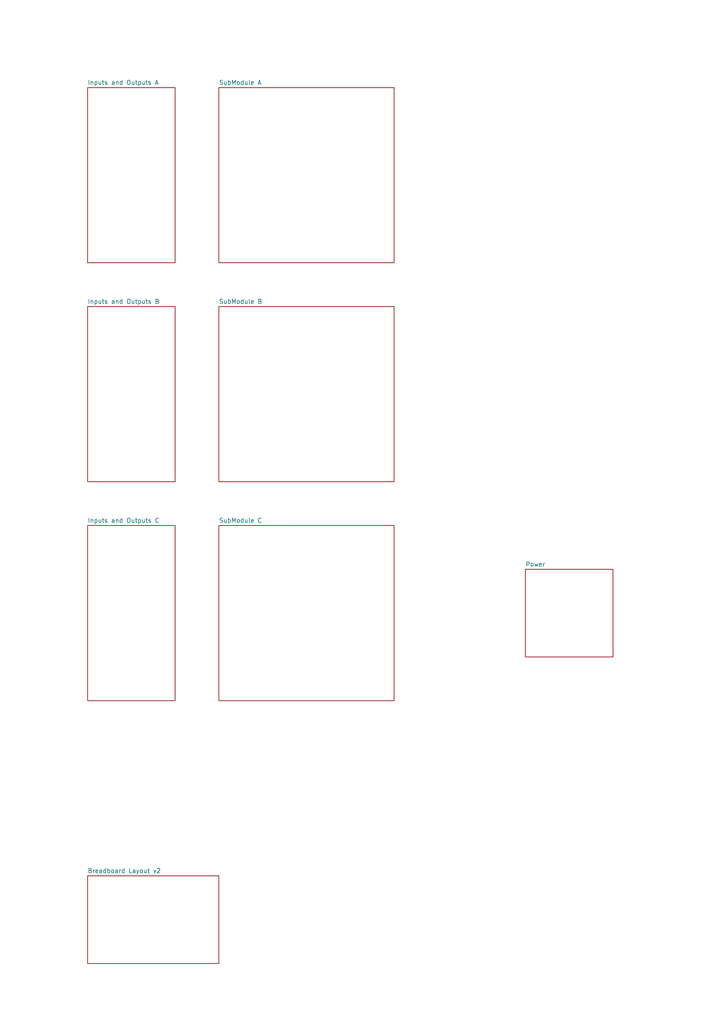
<source format=kicad_sch>
(kicad_sch
	(version 20250114)
	(generator "eeschema")
	(generator_version "9.0")
	(uuid "58f4306d-5387-4983-bb08-41a2313fd315")
	(paper "A4" portrait)
	(title_block
		(rev "1")
		(company "DMH Instruments")
		(comment 1 "PCB for 10cm Kosmo format synthesizer module")
	)
	(lib_symbols)
	(sheet
		(at 63.5 152.4)
		(size 50.8 50.8)
		(exclude_from_sim no)
		(in_bom yes)
		(on_board no)
		(dnp no)
		(fields_autoplaced yes)
		(stroke
			(width 0.1524)
			(type solid)
		)
		(fill
			(color 0 0 0 0.0000)
		)
		(uuid "04e826af-c525-4e37-8080-dde4fc76eca4")
		(property "Sheetname" "SubModule C"
			(at 63.5 151.6884 0)
			(effects
				(font
					(size 1.27 1.27)
				)
				(justify left bottom)
			)
		)
		(property "Sheetfile" "Sub_module_C.kicad_sch"
			(at 63.5 203.7846 0)
			(effects
				(font
					(size 1.27 1.27)
				)
				(justify left top)
				(hide yes)
			)
		)
		(instances
			(project "DMH_VCLFO_v2_PCB_Controls"
				(path "/58f4306d-5387-4983-bb08-41a2313fd315"
					(page "7")
				)
			)
		)
	)
	(sheet
		(at 152.4 165.1)
		(size 25.4 25.4)
		(exclude_from_sim no)
		(in_bom yes)
		(on_board yes)
		(dnp no)
		(fields_autoplaced yes)
		(stroke
			(width 0.1524)
			(type solid)
		)
		(fill
			(color 0 0 0 0.0000)
		)
		(uuid "0cdf34b2-39cd-4d9e-981a-97cd34791509")
		(property "Sheetname" "Power"
			(at 152.4 164.3884 0)
			(effects
				(font
					(size 1.27 1.27)
				)
				(justify left bottom)
			)
		)
		(property "Sheetfile" "Power.kicad_sch"
			(at 152.4 191.0846 0)
			(effects
				(font
					(size 1.27 1.27)
				)
				(justify left top)
				(hide yes)
			)
		)
		(instances
			(project "DMH_VCLFO_v2_PCB_Controls"
				(path "/58f4306d-5387-4983-bb08-41a2313fd315"
					(page "8")
				)
			)
		)
	)
	(sheet
		(at 25.4 152.4)
		(size 25.4 50.8)
		(exclude_from_sim no)
		(in_bom yes)
		(on_board yes)
		(dnp no)
		(fields_autoplaced yes)
		(stroke
			(width 0.1524)
			(type solid)
		)
		(fill
			(color 0 0 0 0.0000)
		)
		(uuid "0d6a24b8-505e-4a04-8045-d793e4013574")
		(property "Sheetname" "Inputs and Outputs C"
			(at 25.4 151.6884 0)
			(effects
				(font
					(size 1.27 1.27)
				)
				(justify left bottom)
			)
		)
		(property "Sheetfile" "Inputs_and_Outputs_C.kicad_sch"
			(at 25.4 203.7846 0)
			(effects
				(font
					(size 1.27 1.27)
				)
				(justify left top)
				(hide yes)
			)
		)
		(instances
			(project "DMH_VCLFO_v2_PCB_Controls"
				(path "/58f4306d-5387-4983-bb08-41a2313fd315"
					(page "4")
				)
			)
		)
	)
	(sheet
		(at 63.5 88.9)
		(size 50.8 50.8)
		(exclude_from_sim no)
		(in_bom yes)
		(on_board no)
		(dnp no)
		(fields_autoplaced yes)
		(stroke
			(width 0.1524)
			(type solid)
		)
		(fill
			(color 0 0 0 0.0000)
		)
		(uuid "4bb1cd0d-fb31-47f1-80ec-81ed3bdfa89b")
		(property "Sheetname" "SubModule B"
			(at 63.5 88.1884 0)
			(effects
				(font
					(size 1.27 1.27)
				)
				(justify left bottom)
			)
		)
		(property "Sheetfile" "Sub_module_B.kicad_sch"
			(at 63.5 140.2846 0)
			(effects
				(font
					(size 1.27 1.27)
				)
				(justify left top)
				(hide yes)
			)
		)
		(instances
			(project "DMH_VCLFO_v2_PCB_Controls"
				(path "/58f4306d-5387-4983-bb08-41a2313fd315"
					(page "6")
				)
			)
		)
	)
	(sheet
		(at 25.4 254)
		(size 38.1 25.4)
		(exclude_from_sim no)
		(in_bom yes)
		(on_board yes)
		(dnp no)
		(fields_autoplaced yes)
		(stroke
			(width 0.1524)
			(type solid)
		)
		(fill
			(color 0 0 0 0.0000)
		)
		(uuid "6a49f44b-305a-4a4e-8bc9-0e327f084006")
		(property "Sheetname" "Breadboard Layout v2"
			(at 25.4 253.2884 0)
			(effects
				(font
					(size 1.27 1.27)
				)
				(justify left bottom)
			)
		)
		(property "Sheetfile" "Breadboard_Layout.kicad_sch"
			(at 25.4 279.9846 0)
			(effects
				(font
					(size 1.27 1.27)
				)
				(justify left top)
				(hide yes)
			)
		)
		(instances
			(project "DMH_VCLFO_v2_PCB_Controls"
				(path "/58f4306d-5387-4983-bb08-41a2313fd315"
					(page "9")
				)
			)
		)
	)
	(sheet
		(at 63.5 25.4)
		(size 50.8 50.8)
		(exclude_from_sim no)
		(in_bom yes)
		(on_board no)
		(dnp no)
		(fields_autoplaced yes)
		(stroke
			(width 0.1524)
			(type solid)
		)
		(fill
			(color 0 0 0 0.0000)
		)
		(uuid "7ad2d702-dfb7-4d49-a82d-34430dd5948f")
		(property "Sheetname" "SubModule A"
			(at 63.5 24.6884 0)
			(effects
				(font
					(size 1.27 1.27)
				)
				(justify left bottom)
			)
		)
		(property "Sheetfile" "Sub_module_A.kicad_sch"
			(at 63.5 76.7846 0)
			(effects
				(font
					(size 1.27 1.27)
				)
				(justify left top)
				(hide yes)
			)
		)
		(instances
			(project "DMH_VCLFO_v2_PCB_Controls"
				(path "/58f4306d-5387-4983-bb08-41a2313fd315"
					(page "5")
				)
			)
		)
	)
	(sheet
		(at 25.4 88.9)
		(size 25.4 50.8)
		(exclude_from_sim no)
		(in_bom yes)
		(on_board yes)
		(dnp no)
		(fields_autoplaced yes)
		(stroke
			(width 0.1524)
			(type solid)
		)
		(fill
			(color 0 0 0 0.0000)
		)
		(uuid "844ad249-4c8a-4e63-9a5b-6fd053ad237e")
		(property "Sheetname" "Inputs and Outputs B"
			(at 25.4 88.1884 0)
			(effects
				(font
					(size 1.27 1.27)
				)
				(justify left bottom)
			)
		)
		(property "Sheetfile" "Inputs_and_Outputs_B.kicad_sch"
			(at 25.4 140.2846 0)
			(effects
				(font
					(size 1.27 1.27)
				)
				(justify left top)
				(hide yes)
			)
		)
		(instances
			(project "DMH_VCLFO_v2_PCB_Controls"
				(path "/58f4306d-5387-4983-bb08-41a2313fd315"
					(page "3")
				)
			)
		)
	)
	(sheet
		(at 25.4 25.4)
		(size 25.4 50.8)
		(exclude_from_sim no)
		(in_bom yes)
		(on_board yes)
		(dnp no)
		(fields_autoplaced yes)
		(stroke
			(width 0.1524)
			(type solid)
		)
		(fill
			(color 0 0 0 0.0000)
		)
		(uuid "ce3fef8b-9f1d-4178-b50b-4a046c030679")
		(property "Sheetname" "Inputs and Outputs A"
			(at 25.4 24.6884 0)
			(effects
				(font
					(size 1.27 1.27)
				)
				(justify left bottom)
			)
		)
		(property "Sheetfile" "Inputs_and_Outputs_A.kicad_sch"
			(at 25.4 76.7846 0)
			(effects
				(font
					(size 1.27 1.27)
				)
				(justify left top)
				(hide yes)
			)
		)
		(instances
			(project "DMH_VCLFO_v2_PCB_Controls"
				(path "/58f4306d-5387-4983-bb08-41a2313fd315"
					(page "2")
				)
			)
		)
	)
	(sheet_instances
		(path "/"
			(page "1")
		)
	)
	(embedded_fonts no)
)

</source>
